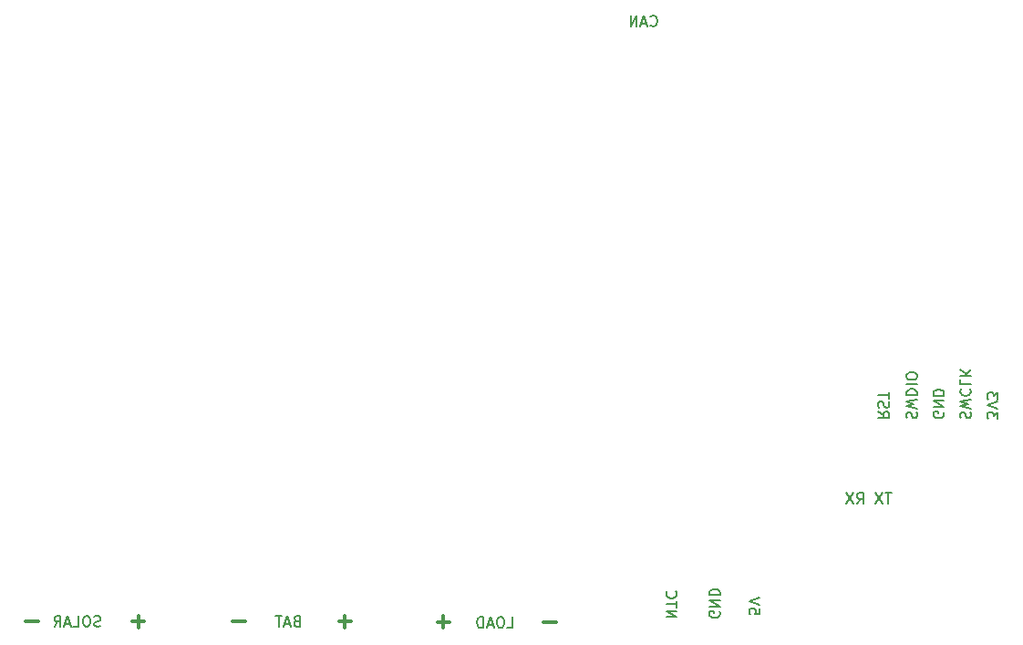
<source format=gbr>
G04 #@! TF.GenerationSoftware,KiCad,Pcbnew,(2017-06-06 revision a18d72b5d)-makepkg*
G04 #@! TF.CreationDate,2017-08-15T07:41:38+02:00*
G04 #@! TF.ProjectId,MPPT_charger_20A,4D5050545F636861726765725F323041,rev?*
G04 #@! TF.FileFunction,Legend,Bot*
G04 #@! TF.FilePolarity,Positive*
%FSLAX46Y46*%
G04 Gerber Fmt 4.6, Leading zero omitted, Abs format (unit mm)*
G04 Created by KiCad (PCBNEW (2017-06-06 revision a18d72b5d)-makepkg) date 08/15/17 07:41:38*
%MOMM*%
%LPD*%
G01*
G04 APERTURE LIST*
%ADD10C,0.100000*%
%ADD11C,0.150000*%
%ADD12C,0.300000*%
G04 APERTURE END LIST*
D10*
D11*
X200247619Y-115792976D02*
X200723809Y-116126309D01*
X200247619Y-116364404D02*
X201247619Y-116364404D01*
X201247619Y-115983452D01*
X201200000Y-115888214D01*
X201152380Y-115840595D01*
X201057142Y-115792976D01*
X200914285Y-115792976D01*
X200819047Y-115840595D01*
X200771428Y-115888214D01*
X200723809Y-115983452D01*
X200723809Y-116364404D01*
X200295238Y-115412023D02*
X200247619Y-115269166D01*
X200247619Y-115031071D01*
X200295238Y-114935833D01*
X200342857Y-114888214D01*
X200438095Y-114840595D01*
X200533333Y-114840595D01*
X200628571Y-114888214D01*
X200676190Y-114935833D01*
X200723809Y-115031071D01*
X200771428Y-115221547D01*
X200819047Y-115316785D01*
X200866666Y-115364404D01*
X200961904Y-115412023D01*
X201057142Y-115412023D01*
X201152380Y-115364404D01*
X201200000Y-115316785D01*
X201247619Y-115221547D01*
X201247619Y-114983452D01*
X201200000Y-114840595D01*
X201247619Y-114554880D02*
X201247619Y-113983452D01*
X200247619Y-114269166D02*
X201247619Y-114269166D01*
X202895238Y-116412023D02*
X202847619Y-116269166D01*
X202847619Y-116031071D01*
X202895238Y-115935833D01*
X202942857Y-115888214D01*
X203038095Y-115840595D01*
X203133333Y-115840595D01*
X203228571Y-115888214D01*
X203276190Y-115935833D01*
X203323809Y-116031071D01*
X203371428Y-116221547D01*
X203419047Y-116316785D01*
X203466666Y-116364404D01*
X203561904Y-116412023D01*
X203657142Y-116412023D01*
X203752380Y-116364404D01*
X203800000Y-116316785D01*
X203847619Y-116221547D01*
X203847619Y-115983452D01*
X203800000Y-115840595D01*
X203847619Y-115507261D02*
X202847619Y-115269166D01*
X203561904Y-115078690D01*
X202847619Y-114888214D01*
X203847619Y-114650119D01*
X202847619Y-114269166D02*
X203847619Y-114269166D01*
X203847619Y-114031071D01*
X203800000Y-113888214D01*
X203704761Y-113792976D01*
X203609523Y-113745357D01*
X203419047Y-113697738D01*
X203276190Y-113697738D01*
X203085714Y-113745357D01*
X202990476Y-113792976D01*
X202895238Y-113888214D01*
X202847619Y-114031071D01*
X202847619Y-114269166D01*
X202847619Y-113269166D02*
X203847619Y-113269166D01*
X203847619Y-112602500D02*
X203847619Y-112412023D01*
X203800000Y-112316785D01*
X203704761Y-112221547D01*
X203514285Y-112173928D01*
X203180952Y-112173928D01*
X202990476Y-112221547D01*
X202895238Y-112316785D01*
X202847619Y-112412023D01*
X202847619Y-112602500D01*
X202895238Y-112697738D01*
X202990476Y-112792976D01*
X203180952Y-112840595D01*
X203514285Y-112840595D01*
X203704761Y-112792976D01*
X203800000Y-112697738D01*
X203847619Y-112602500D01*
X206300000Y-115840595D02*
X206347619Y-115935833D01*
X206347619Y-116078690D01*
X206300000Y-116221547D01*
X206204761Y-116316785D01*
X206109523Y-116364404D01*
X205919047Y-116412023D01*
X205776190Y-116412023D01*
X205585714Y-116364404D01*
X205490476Y-116316785D01*
X205395238Y-116221547D01*
X205347619Y-116078690D01*
X205347619Y-115983452D01*
X205395238Y-115840595D01*
X205442857Y-115792976D01*
X205776190Y-115792976D01*
X205776190Y-115983452D01*
X205347619Y-115364404D02*
X206347619Y-115364404D01*
X205347619Y-114792976D01*
X206347619Y-114792976D01*
X205347619Y-114316785D02*
X206347619Y-114316785D01*
X206347619Y-114078690D01*
X206300000Y-113935833D01*
X206204761Y-113840595D01*
X206109523Y-113792976D01*
X205919047Y-113745357D01*
X205776190Y-113745357D01*
X205585714Y-113792976D01*
X205490476Y-113840595D01*
X205395238Y-113935833D01*
X205347619Y-114078690D01*
X205347619Y-114316785D01*
X211347619Y-116459642D02*
X211347619Y-115840595D01*
X210966666Y-116173928D01*
X210966666Y-116031071D01*
X210919047Y-115935833D01*
X210871428Y-115888214D01*
X210776190Y-115840595D01*
X210538095Y-115840595D01*
X210442857Y-115888214D01*
X210395238Y-115935833D01*
X210347619Y-116031071D01*
X210347619Y-116316785D01*
X210395238Y-116412023D01*
X210442857Y-116459642D01*
X211347619Y-115554880D02*
X210347619Y-115221547D01*
X211347619Y-114888214D01*
X211347619Y-114650119D02*
X211347619Y-114031071D01*
X210966666Y-114364404D01*
X210966666Y-114221547D01*
X210919047Y-114126309D01*
X210871428Y-114078690D01*
X210776190Y-114031071D01*
X210538095Y-114031071D01*
X210442857Y-114078690D01*
X210395238Y-114126309D01*
X210347619Y-114221547D01*
X210347619Y-114507261D01*
X210395238Y-114602500D01*
X210442857Y-114650119D01*
X207895238Y-116412023D02*
X207847619Y-116269166D01*
X207847619Y-116031071D01*
X207895238Y-115935833D01*
X207942857Y-115888214D01*
X208038095Y-115840595D01*
X208133333Y-115840595D01*
X208228571Y-115888214D01*
X208276190Y-115935833D01*
X208323809Y-116031071D01*
X208371428Y-116221547D01*
X208419047Y-116316785D01*
X208466666Y-116364404D01*
X208561904Y-116412023D01*
X208657142Y-116412023D01*
X208752380Y-116364404D01*
X208800000Y-116316785D01*
X208847619Y-116221547D01*
X208847619Y-115983452D01*
X208800000Y-115840595D01*
X208847619Y-115507261D02*
X207847619Y-115269166D01*
X208561904Y-115078690D01*
X207847619Y-114888214D01*
X208847619Y-114650119D01*
X207942857Y-113697738D02*
X207895238Y-113745357D01*
X207847619Y-113888214D01*
X207847619Y-113983452D01*
X207895238Y-114126309D01*
X207990476Y-114221547D01*
X208085714Y-114269166D01*
X208276190Y-114316785D01*
X208419047Y-114316785D01*
X208609523Y-114269166D01*
X208704761Y-114221547D01*
X208800000Y-114126309D01*
X208847619Y-113983452D01*
X208847619Y-113888214D01*
X208800000Y-113745357D01*
X208752380Y-113697738D01*
X207847619Y-112792976D02*
X207847619Y-113269166D01*
X208847619Y-113269166D01*
X207847619Y-112459642D02*
X208847619Y-112459642D01*
X207847619Y-111888214D02*
X208419047Y-112316785D01*
X208847619Y-111888214D02*
X208276190Y-112459642D01*
X189247619Y-134090476D02*
X189247619Y-134566666D01*
X188771428Y-134614285D01*
X188819047Y-134566666D01*
X188866666Y-134471428D01*
X188866666Y-134233333D01*
X188819047Y-134138095D01*
X188771428Y-134090476D01*
X188676190Y-134042857D01*
X188438095Y-134042857D01*
X188342857Y-134090476D01*
X188295238Y-134138095D01*
X188247619Y-134233333D01*
X188247619Y-134471428D01*
X188295238Y-134566666D01*
X188342857Y-134614285D01*
X189247619Y-133757142D02*
X188247619Y-133423809D01*
X189247619Y-133090476D01*
X185500000Y-134361904D02*
X185547619Y-134457142D01*
X185547619Y-134600000D01*
X185500000Y-134742857D01*
X185404761Y-134838095D01*
X185309523Y-134885714D01*
X185119047Y-134933333D01*
X184976190Y-134933333D01*
X184785714Y-134885714D01*
X184690476Y-134838095D01*
X184595238Y-134742857D01*
X184547619Y-134600000D01*
X184547619Y-134504761D01*
X184595238Y-134361904D01*
X184642857Y-134314285D01*
X184976190Y-134314285D01*
X184976190Y-134504761D01*
X184547619Y-133885714D02*
X185547619Y-133885714D01*
X184547619Y-133314285D01*
X185547619Y-133314285D01*
X184547619Y-132838095D02*
X185547619Y-132838095D01*
X185547619Y-132600000D01*
X185500000Y-132457142D01*
X185404761Y-132361904D01*
X185309523Y-132314285D01*
X185119047Y-132266666D01*
X184976190Y-132266666D01*
X184785714Y-132314285D01*
X184690476Y-132361904D01*
X184595238Y-132457142D01*
X184547619Y-132600000D01*
X184547619Y-132838095D01*
D12*
X121100000Y-135292857D02*
X122242857Y-135292857D01*
X130957142Y-135292857D02*
X132099999Y-135292857D01*
X131528571Y-134721428D02*
X131528571Y-135864285D01*
D11*
X201461904Y-123352380D02*
X200890476Y-123352380D01*
X201176190Y-124352380D02*
X201176190Y-123352380D01*
X200652380Y-123352380D02*
X199985714Y-124352380D01*
X199985714Y-123352380D02*
X200652380Y-124352380D01*
X198266666Y-124352380D02*
X198600000Y-123876190D01*
X198838095Y-124352380D02*
X198838095Y-123352380D01*
X198457142Y-123352380D01*
X198361904Y-123400000D01*
X198314285Y-123447619D01*
X198266666Y-123542857D01*
X198266666Y-123685714D01*
X198314285Y-123780952D01*
X198361904Y-123828571D01*
X198457142Y-123876190D01*
X198838095Y-123876190D01*
X197933333Y-123352380D02*
X197266666Y-124352380D01*
X197266666Y-123352380D02*
X197933333Y-124352380D01*
X180547619Y-134866666D02*
X181547619Y-134866666D01*
X180547619Y-134295238D01*
X181547619Y-134295238D01*
X181547619Y-133961904D02*
X181547619Y-133390476D01*
X180547619Y-133676190D02*
X181547619Y-133676190D01*
X180642857Y-132485714D02*
X180595238Y-132533333D01*
X180547619Y-132676190D01*
X180547619Y-132771428D01*
X180595238Y-132914285D01*
X180690476Y-133009523D01*
X180785714Y-133057142D01*
X180976190Y-133104761D01*
X181119047Y-133104761D01*
X181309523Y-133057142D01*
X181404761Y-133009523D01*
X181500000Y-132914285D01*
X181547619Y-132771428D01*
X181547619Y-132676190D01*
X181500000Y-132533333D01*
X181452380Y-132485714D01*
D12*
X170300000Y-135307142D02*
X169157142Y-135307142D01*
X160442857Y-135307142D02*
X159300000Y-135307142D01*
X159871428Y-135878571D02*
X159871428Y-134735714D01*
X140300000Y-135292857D02*
X141442857Y-135292857D01*
X150157142Y-135292857D02*
X151300000Y-135292857D01*
X150728571Y-134721428D02*
X150728571Y-135864285D01*
D11*
X179092976Y-79957142D02*
X179140595Y-80004761D01*
X179283452Y-80052380D01*
X179378690Y-80052380D01*
X179521547Y-80004761D01*
X179616785Y-79909523D01*
X179664404Y-79814285D01*
X179712023Y-79623809D01*
X179712023Y-79480952D01*
X179664404Y-79290476D01*
X179616785Y-79195238D01*
X179521547Y-79100000D01*
X179378690Y-79052380D01*
X179283452Y-79052380D01*
X179140595Y-79100000D01*
X179092976Y-79147619D01*
X178712023Y-79766666D02*
X178235833Y-79766666D01*
X178807261Y-80052380D02*
X178473928Y-79052380D01*
X178140595Y-80052380D01*
X177807261Y-80052380D02*
X177807261Y-79052380D01*
X177235833Y-80052380D01*
X177235833Y-79052380D01*
X128012023Y-135704761D02*
X127869166Y-135752380D01*
X127631071Y-135752380D01*
X127535833Y-135704761D01*
X127488214Y-135657142D01*
X127440595Y-135561904D01*
X127440595Y-135466666D01*
X127488214Y-135371428D01*
X127535833Y-135323809D01*
X127631071Y-135276190D01*
X127821547Y-135228571D01*
X127916785Y-135180952D01*
X127964404Y-135133333D01*
X128012023Y-135038095D01*
X128012023Y-134942857D01*
X127964404Y-134847619D01*
X127916785Y-134800000D01*
X127821547Y-134752380D01*
X127583452Y-134752380D01*
X127440595Y-134800000D01*
X126821547Y-134752380D02*
X126631071Y-134752380D01*
X126535833Y-134800000D01*
X126440595Y-134895238D01*
X126392976Y-135085714D01*
X126392976Y-135419047D01*
X126440595Y-135609523D01*
X126535833Y-135704761D01*
X126631071Y-135752380D01*
X126821547Y-135752380D01*
X126916785Y-135704761D01*
X127012023Y-135609523D01*
X127059642Y-135419047D01*
X127059642Y-135085714D01*
X127012023Y-134895238D01*
X126916785Y-134800000D01*
X126821547Y-134752380D01*
X125488214Y-135752380D02*
X125964404Y-135752380D01*
X125964404Y-134752380D01*
X125202500Y-135466666D02*
X124726309Y-135466666D01*
X125297738Y-135752380D02*
X124964404Y-134752380D01*
X124631071Y-135752380D01*
X123726309Y-135752380D02*
X124059642Y-135276190D01*
X124297738Y-135752380D02*
X124297738Y-134752380D01*
X123916785Y-134752380D01*
X123821547Y-134800000D01*
X123773928Y-134847619D01*
X123726309Y-134942857D01*
X123726309Y-135085714D01*
X123773928Y-135180952D01*
X123821547Y-135228571D01*
X123916785Y-135276190D01*
X124297738Y-135276190D01*
X165788214Y-135852380D02*
X166264404Y-135852380D01*
X166264404Y-134852380D01*
X165264404Y-134852380D02*
X165073928Y-134852380D01*
X164978690Y-134900000D01*
X164883452Y-134995238D01*
X164835833Y-135185714D01*
X164835833Y-135519047D01*
X164883452Y-135709523D01*
X164978690Y-135804761D01*
X165073928Y-135852380D01*
X165264404Y-135852380D01*
X165359642Y-135804761D01*
X165454880Y-135709523D01*
X165502500Y-135519047D01*
X165502500Y-135185714D01*
X165454880Y-134995238D01*
X165359642Y-134900000D01*
X165264404Y-134852380D01*
X164454880Y-135566666D02*
X163978690Y-135566666D01*
X164550119Y-135852380D02*
X164216785Y-134852380D01*
X163883452Y-135852380D01*
X163550119Y-135852380D02*
X163550119Y-134852380D01*
X163312023Y-134852380D01*
X163169166Y-134900000D01*
X163073928Y-134995238D01*
X163026309Y-135090476D01*
X162978690Y-135280952D01*
X162978690Y-135423809D01*
X163026309Y-135614285D01*
X163073928Y-135709523D01*
X163169166Y-135804761D01*
X163312023Y-135852380D01*
X163550119Y-135852380D01*
X146231071Y-135228571D02*
X146088214Y-135276190D01*
X146040595Y-135323809D01*
X145992976Y-135419047D01*
X145992976Y-135561904D01*
X146040595Y-135657142D01*
X146088214Y-135704761D01*
X146183452Y-135752380D01*
X146564404Y-135752380D01*
X146564404Y-134752380D01*
X146231071Y-134752380D01*
X146135833Y-134800000D01*
X146088214Y-134847619D01*
X146040595Y-134942857D01*
X146040595Y-135038095D01*
X146088214Y-135133333D01*
X146135833Y-135180952D01*
X146231071Y-135228571D01*
X146564404Y-135228571D01*
X145612023Y-135466666D02*
X145135833Y-135466666D01*
X145707261Y-135752380D02*
X145373928Y-134752380D01*
X145040595Y-135752380D01*
X144850119Y-134752380D02*
X144278690Y-134752380D01*
X144564404Y-135752380D02*
X144564404Y-134752380D01*
M02*

</source>
